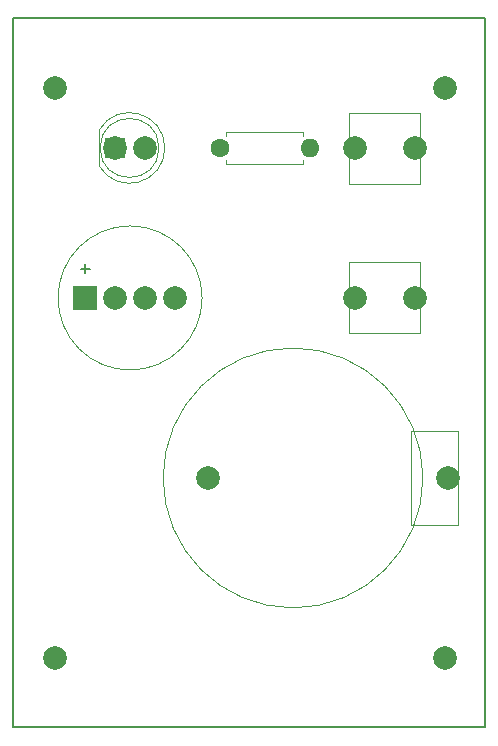
<source format=gbr>
%TF.GenerationSoftware,KiCad,Pcbnew,8.0.5*%
%TF.CreationDate,2024-11-05T13:40:53+07:00*%
%TF.ProjectId,4x6_wordshop,3478365f-776f-4726-9473-686f702e6b69,rev?*%
%TF.SameCoordinates,Original*%
%TF.FileFunction,Copper,L1,Top*%
%TF.FilePolarity,Positive*%
%FSLAX46Y46*%
G04 Gerber Fmt 4.6, Leading zero omitted, Abs format (unit mm)*
G04 Created by KiCad (PCBNEW 8.0.5) date 2024-11-05 13:40:53*
%MOMM*%
%LPD*%
G01*
G04 APERTURE LIST*
%TA.AperFunction,ComponentPad*%
%ADD10C,1.600000*%
%TD*%
%TA.AperFunction,ComponentPad*%
%ADD11O,1.600000X1.600000*%
%TD*%
%TA.AperFunction,ComponentPad*%
%ADD12C,2.000000*%
%TD*%
%TA.AperFunction,ComponentPad*%
%ADD13R,2.000000X2.000000*%
%TD*%
%TA.AperFunction,ComponentPad*%
%ADD14C,1.800000*%
%TD*%
%TA.AperFunction,ComponentPad*%
%ADD15R,1.800000X1.800000*%
%TD*%
%TA.AperFunction,ViaPad*%
%ADD16C,2.000000*%
%TD*%
%TA.AperFunction,ViaPad*%
%ADD17C,0.600000*%
%TD*%
%ADD18C,0.050000*%
%ADD19C,0.150000*%
%ADD20C,0.120000*%
%TA.AperFunction,Profile*%
%ADD21C,0.200000*%
%TD*%
%TA.AperFunction,Profile*%
%ADD22C,0.050000*%
%TD*%
G04 APERTURE END LIST*
D10*
%TO.P,REF\u002A\u002A,1*%
%TO.N,N/C*%
X146050000Y-81280000D03*
D11*
%TO.P,REF\u002A\u002A,2*%
X153670000Y-81280000D03*
%TD*%
D12*
%TO.P,REF\u002A\u002A,2*%
%TO.N,N/C*%
X142275000Y-93980000D03*
D13*
%TO.P,REF\u002A\u002A,1*%
X134675000Y-93980000D03*
%TD*%
D14*
%TO.P,REF\u002A\u002A,2*%
%TO.N,N/C*%
X139700000Y-81280000D03*
D15*
%TO.P,REF\u002A\u002A,1*%
X137160000Y-81280000D03*
%TD*%
D16*
%TO.N,*%
X137160000Y-93980000D03*
X139700000Y-93980000D03*
X134620000Y-93980000D03*
X132080000Y-76200000D03*
X139700000Y-81280000D03*
X142240000Y-93980000D03*
X137160000Y-81280000D03*
X145065000Y-109210000D03*
X162560000Y-81280000D03*
X165385000Y-109210000D03*
X132080000Y-124460000D03*
X157480000Y-81280000D03*
D17*
X157040000Y-93965000D03*
X163040000Y-93965000D03*
X157040000Y-81295000D03*
X163040000Y-81295000D03*
D16*
X165100000Y-124460000D03*
X162560000Y-93980000D03*
X157480000Y-93980000D03*
X165100000Y-76200000D03*
D17*
X145075000Y-109220000D03*
X165075000Y-109220000D03*
%TD*%
D18*
X157040000Y-96965000D02*
X163040000Y-96965000D01*
X163040000Y-90965000D01*
X157040000Y-90965000D01*
X157040000Y-96965000D01*
X157040000Y-84295000D02*
X163040000Y-84295000D01*
X163040000Y-78295000D01*
X157040000Y-78295000D01*
X157040000Y-84295000D01*
X166275000Y-105220000D02*
X162275000Y-105220000D01*
X162275000Y-113220000D01*
X166275000Y-113220000D01*
X166275000Y-105220000D01*
X163275000Y-109220000D02*
G75*
G02*
X141275000Y-109220000I-11000000J0D01*
G01*
X141275000Y-109220000D02*
G75*
G02*
X163275000Y-109220000I11000000J0D01*
G01*
D19*
X134284048Y-91513866D02*
X135045953Y-91513866D01*
X134665000Y-91894819D02*
X134665000Y-91132914D01*
D20*
%TO.C,REF\u002A\u002A*%
X146590000Y-79910000D02*
X153130000Y-79910000D01*
X146590000Y-80240000D02*
X146590000Y-79910000D01*
X146590000Y-82320000D02*
X146590000Y-82650000D01*
X146590000Y-82650000D02*
X153130000Y-82650000D01*
X153130000Y-79910000D02*
X153130000Y-80240000D01*
X153130000Y-82650000D02*
X153130000Y-82320000D01*
X144575000Y-93980000D02*
G75*
G02*
X132375000Y-93980000I-6100000J0D01*
G01*
X132375000Y-93980000D02*
G75*
G02*
X144575000Y-93980000I6100000J0D01*
G01*
X140930000Y-81280000D02*
G75*
G02*
X135930000Y-81280000I-2500000J0D01*
G01*
X135930000Y-81280000D02*
G75*
G02*
X140930000Y-81280000I2500000J0D01*
G01*
X135870000Y-79735170D02*
G75*
G02*
X141420000Y-81280462I2560000J-1544830D01*
G01*
X141420000Y-81279538D02*
G75*
G02*
X135870000Y-82824830I-2990000J-462D01*
G01*
X135870000Y-79735000D02*
X135870000Y-82825000D01*
%TD*%
D21*
X128570000Y-70310000D02*
X168570000Y-70310000D01*
X168570000Y-130310000D01*
X128570000Y-130310000D01*
X128570000Y-70310000D01*
D22*
X163275000Y-113220000D02*
X162275000Y-113220000D01*
X163275000Y-105220000D02*
X162275000Y-105220000D01*
M02*

</source>
